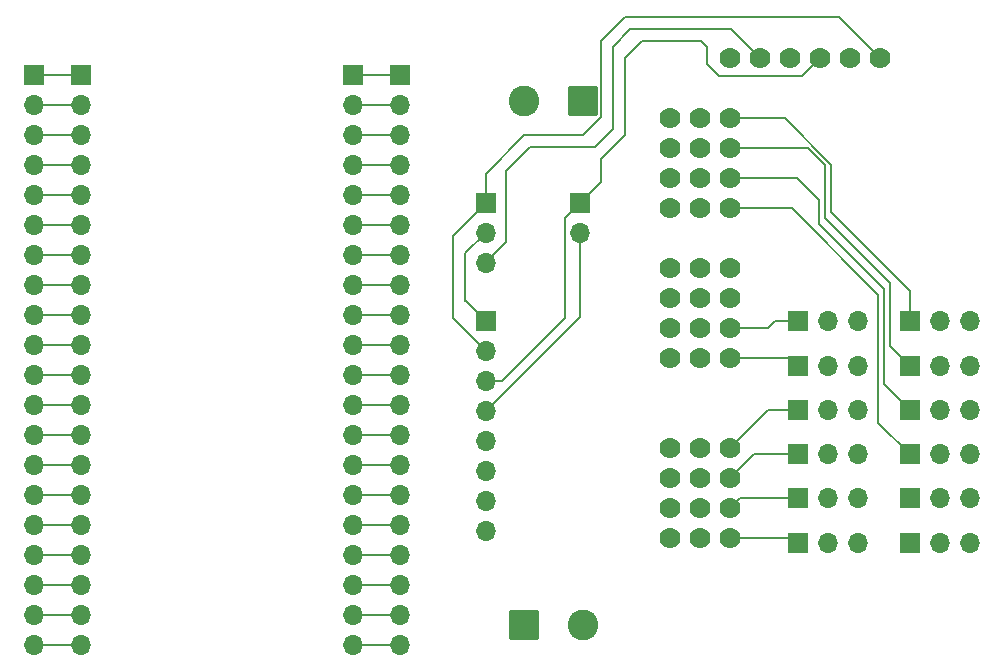
<source format=gbr>
%TF.GenerationSoftware,KiCad,Pcbnew,9.0.0*%
%TF.CreationDate,2025-03-26T16:30:54-04:00*%
%TF.ProjectId,spotmicro23mm,73706f74-6d69-4637-926f-32336d6d2e6b,rev?*%
%TF.SameCoordinates,Original*%
%TF.FileFunction,Copper,L1,Top*%
%TF.FilePolarity,Positive*%
%FSLAX46Y46*%
G04 Gerber Fmt 4.6, Leading zero omitted, Abs format (unit mm)*
G04 Created by KiCad (PCBNEW 9.0.0) date 2025-03-26 16:30:54*
%MOMM*%
%LPD*%
G01*
G04 APERTURE LIST*
G04 Aperture macros list*
%AMRoundRect*
0 Rectangle with rounded corners*
0 $1 Rounding radius*
0 $2 $3 $4 $5 $6 $7 $8 $9 X,Y pos of 4 corners*
0 Add a 4 corners polygon primitive as box body*
4,1,4,$2,$3,$4,$5,$6,$7,$8,$9,$2,$3,0*
0 Add four circle primitives for the rounded corners*
1,1,$1+$1,$2,$3*
1,1,$1+$1,$4,$5*
1,1,$1+$1,$6,$7*
1,1,$1+$1,$8,$9*
0 Add four rect primitives between the rounded corners*
20,1,$1+$1,$2,$3,$4,$5,0*
20,1,$1+$1,$4,$5,$6,$7,0*
20,1,$1+$1,$6,$7,$8,$9,0*
20,1,$1+$1,$8,$9,$2,$3,0*%
G04 Aperture macros list end*
%TA.AperFunction,ComponentPad*%
%ADD10R,1.700000X1.700000*%
%TD*%
%TA.AperFunction,ComponentPad*%
%ADD11O,1.700000X1.700000*%
%TD*%
%TA.AperFunction,ComponentPad*%
%ADD12RoundRect,0.250000X1.050000X1.050000X-1.050000X1.050000X-1.050000X-1.050000X1.050000X-1.050000X0*%
%TD*%
%TA.AperFunction,ComponentPad*%
%ADD13C,2.600000*%
%TD*%
%TA.AperFunction,ComponentPad*%
%ADD14RoundRect,0.250000X-1.050000X-1.050000X1.050000X-1.050000X1.050000X1.050000X-1.050000X1.050000X0*%
%TD*%
%TA.AperFunction,ComponentPad*%
%ADD15C,1.778000*%
%TD*%
%TA.AperFunction,Conductor*%
%ADD16C,0.200000*%
%TD*%
G04 APERTURE END LIST*
D10*
%TO.P,J9,1,Pin_1*%
%TO.N,/PWM-7*%
X146170000Y-88000000D03*
D11*
%TO.P,J9,2,Pin_2*%
%TO.N,/S2-PWR*%
X148710000Y-88000000D03*
%TO.P,J9,3,Pin_3*%
%TO.N,/S2-GND*%
X151250000Y-88000000D03*
%TD*%
D10*
%TO.P,J14,1,Pin_1*%
%TO.N,/ESP-32Pin*%
X85500000Y-63400000D03*
D11*
%TO.P,J14,2,Pin_2*%
X85500000Y-65940000D03*
%TO.P,J14,3,Pin_3*%
X85500000Y-68480000D03*
%TO.P,J14,4,Pin_4*%
X85500000Y-71020000D03*
%TO.P,J14,5,Pin_5*%
X85500000Y-73560000D03*
%TO.P,J14,6,Pin_6*%
X85500000Y-76100000D03*
%TO.P,J14,7,Pin_7*%
X85500000Y-78640000D03*
%TO.P,J14,8,Pin_8*%
X85500000Y-81180000D03*
%TO.P,J14,9,Pin_9*%
X85500000Y-83720000D03*
%TO.P,J14,10,Pin_10*%
X85500000Y-86260000D03*
%TO.P,J14,11,Pin_11*%
X85500000Y-88800000D03*
%TO.P,J14,12,Pin_12*%
X85500000Y-91340000D03*
%TO.P,J14,13,Pin_13*%
X85500000Y-93880000D03*
%TO.P,J14,14,Pin_14*%
X85500000Y-96420000D03*
%TO.P,J14,15,Pin_15*%
X85500000Y-98960000D03*
%TO.P,J14,16,Pin_16*%
X85500000Y-101500000D03*
%TO.P,J14,17,Pin_17*%
X85500000Y-104040000D03*
%TO.P,J14,18,Pin_18*%
X85500000Y-106580000D03*
%TO.P,J14,19,Pin_19*%
X85500000Y-109120000D03*
%TO.P,J14,20,Pin_20*%
X85500000Y-111660000D03*
%TD*%
D10*
%TO.P,J6,1,Pin_1*%
%TO.N,/PWM-4*%
X155670000Y-99250000D03*
D11*
%TO.P,J6,2,Pin_2*%
%TO.N,/S1-PWR*%
X158210000Y-99250000D03*
%TO.P,J6,3,Pin_3*%
%TO.N,/S1-GND*%
X160750000Y-99250000D03*
%TD*%
D10*
%TO.P,J18,1,Pin_1*%
%TO.N,/Global SCL*%
X127750000Y-74250000D03*
D11*
%TO.P,J18,2,Pin_2*%
%TO.N,/Global SDA*%
X127750000Y-76790000D03*
%TD*%
D12*
%TO.P,J21,1,Pin_1*%
%TO.N,/S2-PWR*%
X127993453Y-65577500D03*
D13*
%TO.P,J21,2,Pin_2*%
%TO.N,/S2-GND*%
X122993453Y-65577500D03*
%TD*%
D10*
%TO.P,J4,1,Pin_1*%
%TO.N,/PWM-2*%
X155670000Y-91750000D03*
D11*
%TO.P,J4,2,Pin_2*%
%TO.N,/S1-PWR*%
X158210000Y-91750000D03*
%TO.P,J4,3,Pin_3*%
%TO.N,/S1-GND*%
X160750000Y-91750000D03*
%TD*%
D10*
%TO.P,J17,1,Pin_1*%
%TO.N,/ESP-32Pin*%
X112500000Y-63400000D03*
D11*
%TO.P,J17,2,Pin_2*%
X112500000Y-65940000D03*
%TO.P,J17,3,Pin_3*%
X112500000Y-68480000D03*
%TO.P,J17,4,Pin_4*%
X112500000Y-71020000D03*
%TO.P,J17,5,Pin_5*%
X112500000Y-73560000D03*
%TO.P,J17,6,Pin_6*%
X112500000Y-76100000D03*
%TO.P,J17,7,Pin_7*%
X112500000Y-78640000D03*
%TO.P,J17,8,Pin_8*%
X112500000Y-81180000D03*
%TO.P,J17,9,Pin_9*%
X112500000Y-83720000D03*
%TO.P,J17,10,Pin_10*%
X112500000Y-86260000D03*
%TO.P,J17,11,Pin_11*%
X112500000Y-88800000D03*
%TO.P,J17,12,Pin_12*%
X112500000Y-91340000D03*
%TO.P,J17,13,Pin_13*%
X112500000Y-93880000D03*
%TO.P,J17,14,Pin_14*%
X112500000Y-96420000D03*
%TO.P,J17,15,Pin_15*%
X112500000Y-98960000D03*
%TO.P,J17,16,Pin_16*%
X112500000Y-101500000D03*
%TO.P,J17,17,Pin_17*%
X112500000Y-104040000D03*
%TO.P,J17,18,Pin_18*%
X112500000Y-106580000D03*
%TO.P,J17,19,Pin_19*%
X112500000Y-109120000D03*
%TO.P,J17,20,Pin_20*%
X112500000Y-111660000D03*
%TD*%
D10*
%TO.P,J13,1,Pin_1*%
%TO.N,/PWM-11*%
X146170000Y-103000000D03*
D11*
%TO.P,J13,2,Pin_2*%
%TO.N,/S2-PWR*%
X148710000Y-103000000D03*
%TO.P,J13,3,Pin_3*%
%TO.N,/S2-GND*%
X151250000Y-103000000D03*
%TD*%
D10*
%TO.P,J3,1,Pin_1*%
%TO.N,/PWM-1*%
X155670000Y-88000000D03*
D11*
%TO.P,J3,2,Pin_2*%
%TO.N,/S1-PWR*%
X158210000Y-88000000D03*
%TO.P,J3,3,Pin_3*%
%TO.N,/S1-GND*%
X160750000Y-88000000D03*
%TD*%
D10*
%TO.P,J15,1,Pin_1*%
%TO.N,/ESP-32Pin*%
X108500000Y-63400000D03*
D11*
%TO.P,J15,2,Pin_2*%
X108500000Y-65940000D03*
%TO.P,J15,3,Pin_3*%
X108500000Y-68480000D03*
%TO.P,J15,4,Pin_4*%
X108500000Y-71020000D03*
%TO.P,J15,5,Pin_5*%
X108500000Y-73560000D03*
%TO.P,J15,6,Pin_6*%
X108500000Y-76100000D03*
%TO.P,J15,7,Pin_7*%
X108500000Y-78640000D03*
%TO.P,J15,8,Pin_8*%
X108500000Y-81180000D03*
%TO.P,J15,9,Pin_9*%
X108500000Y-83720000D03*
%TO.P,J15,10,Pin_10*%
X108500000Y-86260000D03*
%TO.P,J15,11,Pin_11*%
X108500000Y-88800000D03*
%TO.P,J15,12,Pin_12*%
X108500000Y-91340000D03*
%TO.P,J15,13,Pin_13*%
X108500000Y-93880000D03*
%TO.P,J15,14,Pin_14*%
X108500000Y-96420000D03*
%TO.P,J15,15,Pin_15*%
X108500000Y-98960000D03*
%TO.P,J15,16,Pin_16*%
X108500000Y-101500000D03*
%TO.P,J15,17,Pin_17*%
X108500000Y-104040000D03*
%TO.P,J15,18,Pin_18*%
X108500000Y-106580000D03*
%TO.P,J15,19,Pin_19*%
X108500000Y-109120000D03*
%TO.P,J15,20,Pin_20*%
X108500000Y-111660000D03*
%TD*%
D10*
%TO.P,J11,1,Pin_1*%
%TO.N,/PWM-9*%
X146170000Y-95500000D03*
D11*
%TO.P,J11,2,Pin_2*%
%TO.N,/S2-PWR*%
X148710000Y-95500000D03*
%TO.P,J11,3,Pin_3*%
%TO.N,/S2-GND*%
X151250000Y-95500000D03*
%TD*%
D14*
%TO.P,J1,1,Pin_1*%
%TO.N,/S1-PWR*%
X123000000Y-110000000D03*
D13*
%TO.P,J1,2,Pin_2*%
%TO.N,/S1-GND*%
X128000000Y-110000000D03*
%TD*%
D10*
%TO.P,J16,1,Pin_1*%
%TO.N,/ESP-32Pin*%
X81500000Y-63400000D03*
D11*
%TO.P,J16,2,Pin_2*%
X81500000Y-65940000D03*
%TO.P,J16,3,Pin_3*%
X81500000Y-68480000D03*
%TO.P,J16,4,Pin_4*%
X81500000Y-71020000D03*
%TO.P,J16,5,Pin_5*%
X81500000Y-73560000D03*
%TO.P,J16,6,Pin_6*%
X81500000Y-76100000D03*
%TO.P,J16,7,Pin_7*%
X81500000Y-78640000D03*
%TO.P,J16,8,Pin_8*%
X81500000Y-81180000D03*
%TO.P,J16,9,Pin_9*%
X81500000Y-83720000D03*
%TO.P,J16,10,Pin_10*%
X81500000Y-86260000D03*
%TO.P,J16,11,Pin_11*%
X81500000Y-88800000D03*
%TO.P,J16,12,Pin_12*%
X81500000Y-91340000D03*
%TO.P,J16,13,Pin_13*%
X81500000Y-93880000D03*
%TO.P,J16,14,Pin_14*%
X81500000Y-96420000D03*
%TO.P,J16,15,Pin_15*%
X81500000Y-98960000D03*
%TO.P,J16,16,Pin_16*%
X81500000Y-101500000D03*
%TO.P,J16,17,Pin_17*%
X81500000Y-104040000D03*
%TO.P,J16,18,Pin_18*%
X81500000Y-106580000D03*
%TO.P,J16,19,Pin_19*%
X81500000Y-109120000D03*
%TO.P,J16,20,Pin_20*%
X81500000Y-111660000D03*
%TD*%
D10*
%TO.P,J8,1,Pin_1*%
%TO.N,/PWM-6*%
X146170000Y-84250000D03*
D11*
%TO.P,J8,2,Pin_2*%
%TO.N,/S2-PWR*%
X148710000Y-84250000D03*
%TO.P,J8,3,Pin_3*%
%TO.N,/S2-GND*%
X151250000Y-84250000D03*
%TD*%
D10*
%TO.P,J5,1,Pin_1*%
%TO.N,/PWM-3*%
X155670000Y-95500000D03*
D11*
%TO.P,J5,2,Pin_2*%
%TO.N,/S1-PWR*%
X158210000Y-95500000D03*
%TO.P,J5,3,Pin_3*%
%TO.N,/S1-GND*%
X160750000Y-95500000D03*
%TD*%
D10*
%TO.P,J10,1,Pin_1*%
%TO.N,/PWM-8*%
X146170000Y-91750000D03*
D11*
%TO.P,J10,2,Pin_2*%
%TO.N,/S2-PWR*%
X148710000Y-91750000D03*
%TO.P,J10,3,Pin_3*%
%TO.N,/S2-GND*%
X151250000Y-91750000D03*
%TD*%
D10*
%TO.P,J20,1,Pin_1*%
%TO.N,/ESP32-3v3*%
X119800000Y-84260000D03*
D11*
%TO.P,J20,2,Pin_2*%
%TO.N,/ESP32-GND*%
X119800000Y-86800000D03*
%TO.P,J20,3,Pin_3*%
%TO.N,/Global SCL*%
X119800000Y-89340000D03*
%TO.P,J20,4,Pin_4*%
%TO.N,/Global SDA*%
X119800000Y-91880000D03*
%TO.P,J20,5,Pin_5*%
%TO.N,unconnected-(J20-Pin_5-Pad5)*%
X119800000Y-94420000D03*
%TO.P,J20,6,Pin_6*%
%TO.N,unconnected-(J20-Pin_6-Pad6)*%
X119800000Y-96960000D03*
%TO.P,J20,7,Pin_7*%
%TO.N,unconnected-(J20-Pin_7-Pad7)*%
X119800000Y-99500000D03*
%TO.P,J20,8,Pin_8*%
%TO.N,unconnected-(J20-Pin_8-Pad8)*%
X119800000Y-102040000D03*
%TD*%
D10*
%TO.P,J12,1,Pin_1*%
%TO.N,/PWM-10*%
X146170000Y-99250000D03*
D11*
%TO.P,J12,2,Pin_2*%
%TO.N,/S2-PWR*%
X148710000Y-99250000D03*
%TO.P,J12,3,Pin_3*%
%TO.N,/S2-GND*%
X151250000Y-99250000D03*
%TD*%
D10*
%TO.P,J19,1,Pin_1*%
%TO.N,/ESP32-GND*%
X119750000Y-74210000D03*
D11*
%TO.P,J19,2,Pin_2*%
%TO.N,/ESP32-3v3*%
X119750000Y-76750000D03*
%TO.P,J19,3,Pin_3*%
%TO.N,/ESP32-5v*%
X119750000Y-79290000D03*
%TD*%
D10*
%TO.P,J7,1,Pin_1*%
%TO.N,/PWM-5*%
X155670000Y-103000000D03*
D11*
%TO.P,J7,2,Pin_2*%
%TO.N,/S1-PWR*%
X158210000Y-103000000D03*
%TO.P,J7,3,Pin_3*%
%TO.N,/S1-GND*%
X160750000Y-103000000D03*
%TD*%
D15*
%TO.P,U2,0,PWM_0*%
%TO.N,/PWM-0*%
X140440000Y-67050000D03*
%TO.P,U2,1,PWM_1*%
%TO.N,/PWM-1*%
X140440000Y-69590000D03*
%TO.P,U2,2,PWM_2*%
%TO.N,/PWM-2*%
X140440000Y-72130000D03*
%TO.P,U2,3,PWM_3*%
%TO.N,/PWM-3*%
X140440000Y-74670000D03*
%TO.P,U2,4,PWM_4*%
%TO.N,/PWM-4*%
X140440000Y-79750000D03*
%TO.P,U2,5,PWM_5*%
%TO.N,/PWM-5*%
X140440000Y-82290000D03*
%TO.P,U2,6,PWM_6*%
%TO.N,/PWM-6*%
X140440000Y-84830000D03*
%TO.P,U2,7,PWM_7*%
%TO.N,/PWM-7*%
X140440000Y-87370000D03*
%TO.P,U2,8,PWM_8*%
%TO.N,/PWM-8*%
X140440000Y-94990000D03*
%TO.P,U2,9,PWM_9*%
%TO.N,/PWM-9*%
X140440000Y-97530000D03*
%TO.P,U2,10,PWM_10*%
%TO.N,/PWM-10*%
X140440000Y-100070000D03*
%TO.P,U2,11,PWM_11*%
%TO.N,/PWM-11*%
X140440000Y-102610000D03*
%TO.P,U2,GND_1,GND*%
%TO.N,/ESP32-GND*%
X153140000Y-61970000D03*
%TO.P,U2,GND_3*%
%TO.N,N/C*%
X135360000Y-67050000D03*
%TO.P,U2,GND_4*%
X135360000Y-69590000D03*
%TO.P,U2,GND_5*%
X135360000Y-72130000D03*
%TO.P,U2,GND_6*%
X135360000Y-74670000D03*
%TO.P,U2,GND_7*%
X135360000Y-79750000D03*
%TO.P,U2,GND_8*%
X135360000Y-82290000D03*
%TO.P,U2,GND_9*%
X135360000Y-84830000D03*
%TO.P,U2,GND_10*%
X135360000Y-87370000D03*
%TO.P,U2,GND_11*%
X135360000Y-94990000D03*
%TO.P,U2,GND_12*%
X135360000Y-97530000D03*
%TO.P,U2,GND_13*%
X135360000Y-100070000D03*
%TO.P,U2,GND_14*%
X135360000Y-102610000D03*
%TO.P,U2,OE_1*%
X150600000Y-61970000D03*
%TO.P,U2,SCL_1,SCL*%
%TO.N,/Global SCL*%
X148060000Y-61970000D03*
%TO.P,U2,SDA_1,SDA*%
%TO.N,/Global SDA*%
X145520000Y-61970000D03*
%TO.P,U2,V+_1,V+*%
%TO.N,unconnected-(U2-V+-PadV+_1)*%
X140440000Y-61970000D03*
%TO.P,U2,V+_3*%
%TO.N,N/C*%
X137900000Y-67050000D03*
%TO.P,U2,V+_4*%
X137900000Y-69590000D03*
%TO.P,U2,V+_5*%
X137900000Y-72130000D03*
%TO.P,U2,V+_6*%
X137900000Y-74670000D03*
%TO.P,U2,V+_7*%
X137900000Y-79750000D03*
%TO.P,U2,V+_8*%
X137900000Y-82290000D03*
%TO.P,U2,V+_9*%
X137900000Y-84830000D03*
%TO.P,U2,V+_10*%
X137900000Y-87370000D03*
%TO.P,U2,V+_11*%
X137900000Y-94990000D03*
%TO.P,U2,V+_12*%
X137900000Y-97530000D03*
%TO.P,U2,V+_13*%
X137900000Y-100070000D03*
%TO.P,U2,V+_14*%
X137900000Y-102610000D03*
%TO.P,U2,VCC_1,VCC*%
%TO.N,/ESP32-5v*%
X142980000Y-61970000D03*
%TD*%
D10*
%TO.P,J2,1,Pin_1*%
%TO.N,/PWM-0*%
X155670000Y-84250000D03*
D11*
%TO.P,J2,2,Pin_2*%
%TO.N,/S1-PWR*%
X158210000Y-84250000D03*
%TO.P,J2,3,Pin_3*%
%TO.N,/S1-GND*%
X160750000Y-84250000D03*
%TD*%
D16*
%TO.N,/PWM-0*%
X149000000Y-71000000D02*
X149000000Y-75000000D01*
X145050000Y-67050000D02*
X149000000Y-71000000D01*
X149000000Y-75000000D02*
X155670000Y-81670000D01*
X140440000Y-67050000D02*
X145050000Y-67050000D01*
X155670000Y-81670000D02*
X155670000Y-84250000D01*
%TO.N,/PWM-1*%
X148467157Y-71032843D02*
X148467157Y-75467157D01*
X148467157Y-75467157D02*
X154000000Y-81000000D01*
X154000000Y-86330000D02*
X155670000Y-88000000D01*
X147024314Y-69590000D02*
X148467157Y-71032843D01*
X154000000Y-81000000D02*
X154000000Y-86330000D01*
X140440000Y-69590000D02*
X147024314Y-69590000D01*
%TO.N,/PWM-2*%
X155670000Y-91750000D02*
X153500000Y-89580000D01*
X153500000Y-89580000D02*
X153500000Y-81500000D01*
X148000000Y-74000000D02*
X146130000Y-72130000D01*
X146130000Y-72130000D02*
X140440000Y-72130000D01*
X148000000Y-76000000D02*
X148000000Y-74000000D01*
X153500000Y-81500000D02*
X148000000Y-76000000D01*
%TO.N,/PWM-3*%
X153000000Y-92830000D02*
X155670000Y-95500000D01*
X145670000Y-74670000D02*
X153000000Y-82000000D01*
X140440000Y-74670000D02*
X145670000Y-74670000D01*
X153000000Y-82000000D02*
X153000000Y-92830000D01*
%TO.N,/PWM-6*%
X143670000Y-84830000D02*
X144250000Y-84250000D01*
X140440000Y-84830000D02*
X143670000Y-84830000D01*
X144250000Y-84250000D02*
X146170000Y-84250000D01*
%TO.N,/PWM-7*%
X145540000Y-87370000D02*
X146170000Y-88000000D01*
X140440000Y-87370000D02*
X145540000Y-87370000D01*
%TO.N,/PWM-8*%
X143680000Y-91750000D02*
X146170000Y-91750000D01*
X140440000Y-94990000D02*
X143680000Y-91750000D01*
%TO.N,/PWM-9*%
X142470000Y-95500000D02*
X146170000Y-95500000D01*
X140440000Y-97530000D02*
X142470000Y-95500000D01*
%TO.N,/PWM-10*%
X140440000Y-100070000D02*
X141260000Y-99250000D01*
X141260000Y-99250000D02*
X146170000Y-99250000D01*
%TO.N,/PWM-11*%
X145780000Y-102610000D02*
X146170000Y-103000000D01*
X140440000Y-102610000D02*
X145780000Y-102610000D01*
%TO.N,/ESP-32Pin*%
X85500000Y-88800000D02*
X81500000Y-88800000D01*
X112500000Y-68480000D02*
X108500000Y-68480000D01*
X85500000Y-98960000D02*
X81500000Y-98960000D01*
X108500000Y-83720000D02*
X112500000Y-83720000D01*
X81500000Y-73560000D02*
X85500000Y-73560000D01*
X112500000Y-101500000D02*
X108500000Y-101500000D01*
X112500000Y-96420000D02*
X108500000Y-96420000D01*
X112500000Y-76100000D02*
X108500000Y-76100000D01*
X85500000Y-65940000D02*
X81500000Y-65940000D01*
X81500000Y-93880000D02*
X85500000Y-93880000D01*
X108500000Y-98960000D02*
X112500000Y-98960000D01*
X81500000Y-101500000D02*
X85500000Y-101500000D01*
X112500000Y-81180000D02*
X108500000Y-81180000D01*
X108500000Y-71020000D02*
X112500000Y-71020000D01*
X112500000Y-104040000D02*
X108500000Y-104040000D01*
X112500000Y-86260000D02*
X108500000Y-86260000D01*
X112500000Y-106580000D02*
X108500000Y-106580000D01*
X108500000Y-93880000D02*
X112500000Y-93880000D01*
X85500000Y-106580000D02*
X81500000Y-106580000D01*
X108500000Y-88800000D02*
X112500000Y-88800000D01*
X112500000Y-91340000D02*
X108500000Y-91340000D01*
X112500000Y-111660000D02*
X108500000Y-111660000D01*
X85500000Y-111660000D02*
X81500000Y-111660000D01*
X85500000Y-91340000D02*
X81500000Y-91340000D01*
X108500000Y-73560000D02*
X112500000Y-73560000D01*
X85500000Y-76100000D02*
X81500000Y-76100000D01*
X108500000Y-109120000D02*
X112500000Y-109120000D01*
X81500000Y-78640000D02*
X85500000Y-78640000D01*
X85500000Y-104040000D02*
X81500000Y-104040000D01*
X81500000Y-63400000D02*
X85500000Y-63400000D01*
X85500000Y-96420000D02*
X81500000Y-96420000D01*
X108500000Y-78640000D02*
X112500000Y-78640000D01*
X85500000Y-71020000D02*
X81500000Y-71020000D01*
X81500000Y-68480000D02*
X85500000Y-68480000D01*
X81500000Y-86260000D02*
X85500000Y-86260000D01*
X81500000Y-109120000D02*
X85500000Y-109120000D01*
X85500000Y-81180000D02*
X81500000Y-81180000D01*
X85500000Y-83720000D02*
X81500000Y-83720000D01*
X108500000Y-65940000D02*
X112500000Y-65940000D01*
X108500000Y-63400000D02*
X112500000Y-63400000D01*
%TO.N,/Global SDA*%
X127750000Y-83930000D02*
X119800000Y-91880000D01*
X127750000Y-76790000D02*
X127750000Y-83930000D01*
%TO.N,/Global SCL*%
X129500000Y-70500000D02*
X131500000Y-68500000D01*
X129500000Y-72500000D02*
X129500000Y-70500000D01*
X146530000Y-63500000D02*
X148060000Y-61970000D01*
X133000000Y-60500000D02*
X138000000Y-60500000D01*
X139500000Y-63500000D02*
X146530000Y-63500000D01*
X138500000Y-61000000D02*
X138500000Y-62500000D01*
X131500000Y-62000000D02*
X133000000Y-60500000D01*
X138000000Y-60500000D02*
X138500000Y-61000000D01*
X127750000Y-74250000D02*
X126500000Y-75500000D01*
X126500000Y-84000000D02*
X121160000Y-89340000D01*
X121160000Y-89340000D02*
X119800000Y-89340000D01*
X131500000Y-68500000D02*
X131500000Y-62000000D01*
X126500000Y-75500000D02*
X126500000Y-84000000D01*
X127750000Y-74250000D02*
X129500000Y-72500000D01*
X138500000Y-62500000D02*
X139500000Y-63500000D01*
%TO.N,/ESP32-5v*%
X129000000Y-69500000D02*
X130500000Y-68000000D01*
X130500000Y-68000000D02*
X130500000Y-61000000D01*
X130500000Y-61000000D02*
X132000000Y-59500000D01*
X119750000Y-79250000D02*
X121500000Y-77500000D01*
X121500000Y-71500000D02*
X123500000Y-69500000D01*
X119750000Y-79290000D02*
X119750000Y-79250000D01*
X123500000Y-69500000D02*
X129000000Y-69500000D01*
X140510000Y-59500000D02*
X142980000Y-61970000D01*
X121500000Y-77500000D02*
X121500000Y-71500000D01*
X132000000Y-59500000D02*
X140510000Y-59500000D01*
%TO.N,/ESP32-GND*%
X119750000Y-71750000D02*
X123000000Y-68500000D01*
X123000000Y-68500000D02*
X128000000Y-68500000D01*
X129500000Y-60500000D02*
X131500000Y-58500000D01*
X119750000Y-74210000D02*
X119750000Y-74250000D01*
X119750000Y-74210000D02*
X119750000Y-71750000D01*
X149670000Y-58500000D02*
X153140000Y-61970000D01*
X119750000Y-74250000D02*
X117000000Y-77000000D01*
X128000000Y-68500000D02*
X129500000Y-67000000D01*
X129500000Y-67000000D02*
X129500000Y-60500000D01*
X117000000Y-77000000D02*
X117000000Y-84000000D01*
X117000000Y-84000000D02*
X119800000Y-86800000D01*
X131500000Y-58500000D02*
X149670000Y-58500000D01*
%TO.N,/ESP32-3v3*%
X118040000Y-82500000D02*
X119800000Y-84260000D01*
X119750000Y-76750000D02*
X118000000Y-78500000D01*
X118000000Y-78500000D02*
X118000000Y-82500000D01*
X118000000Y-82500000D02*
X118040000Y-82500000D01*
%TD*%
M02*

</source>
